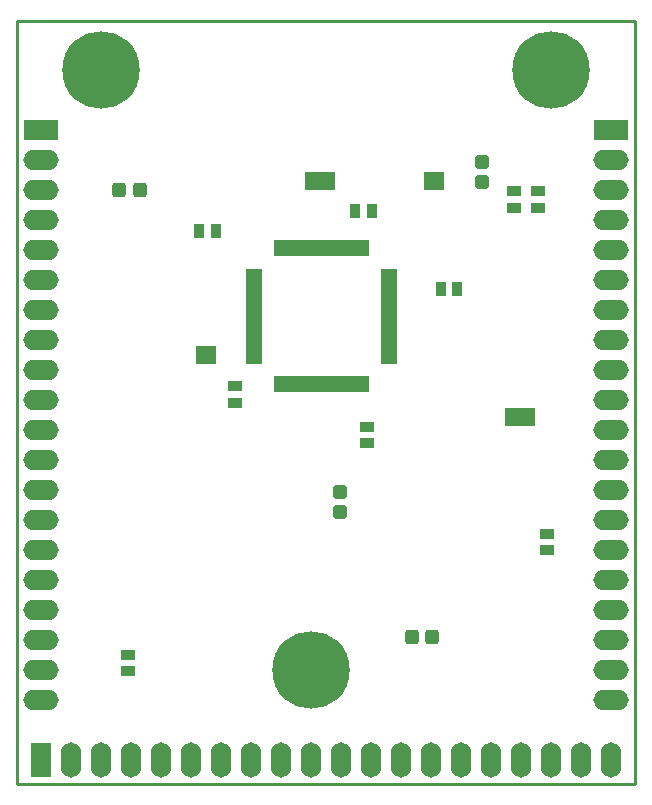
<source format=gts>
G04 Layer_Color=8388736*
%FSLAX25Y25*%
%MOIN*%
G70*
G01*
G75*
%ADD17C,0.01000*%
%ADD32R,0.07087X0.06299*%
%ADD33R,0.10236X0.06299*%
%ADD34R,0.04540X0.03753*%
%ADD35R,0.03300X0.05800*%
%ADD36R,0.03753X0.04540*%
%ADD37R,0.01981X0.05524*%
%ADD38R,0.05524X0.01981*%
G04:AMPARAMS|DCode=39|XSize=47.37mil|YSize=43.43mil|CornerRadius=8.43mil|HoleSize=0mil|Usage=FLASHONLY|Rotation=90.000|XOffset=0mil|YOffset=0mil|HoleType=Round|Shape=RoundedRectangle|*
%AMROUNDEDRECTD39*
21,1,0.04737,0.02657,0,0,90.0*
21,1,0.03051,0.04343,0,0,90.0*
1,1,0.01686,0.01329,0.01526*
1,1,0.01686,0.01329,-0.01526*
1,1,0.01686,-0.01329,-0.01526*
1,1,0.01686,-0.01329,0.01526*
%
%ADD39ROUNDEDRECTD39*%
G04:AMPARAMS|DCode=40|XSize=47.37mil|YSize=43.43mil|CornerRadius=8.43mil|HoleSize=0mil|Usage=FLASHONLY|Rotation=0.000|XOffset=0mil|YOffset=0mil|HoleType=Round|Shape=RoundedRectangle|*
%AMROUNDEDRECTD40*
21,1,0.04737,0.02657,0,0,0.0*
21,1,0.03051,0.04343,0,0,0.0*
1,1,0.01686,0.01526,-0.01329*
1,1,0.01686,-0.01526,-0.01329*
1,1,0.01686,-0.01526,0.01329*
1,1,0.01686,0.01526,0.01329*
%
%ADD40ROUNDEDRECTD40*%
%ADD41C,0.25800*%
%ADD42R,0.11800X0.06800*%
%ADD43O,0.11800X0.06800*%
%ADD44R,0.06800X0.11800*%
%ADD45O,0.06800X0.11800*%
D17*
X266500Y110000D02*
Y364500D01*
X472500D01*
Y110000D02*
Y364500D01*
X266500Y110000D02*
X472500D01*
D32*
X329500Y253000D02*
D03*
X405378Y311000D02*
D03*
D33*
X434304Y232500D02*
D03*
X367453Y311000D02*
D03*
D34*
X303500Y147744D02*
D03*
Y153256D02*
D03*
X432000Y307756D02*
D03*
Y302244D02*
D03*
X440000Y307756D02*
D03*
Y302244D02*
D03*
X383000Y229256D02*
D03*
Y223744D02*
D03*
X339000Y242756D02*
D03*
Y237244D02*
D03*
X443000Y193500D02*
D03*
Y187988D02*
D03*
D35*
X327878Y253000D02*
D03*
X331122D02*
D03*
X437500Y232500D02*
D03*
X434257D02*
D03*
X431012D02*
D03*
X364257Y311000D02*
D03*
X367500D02*
D03*
X370744D02*
D03*
X403757D02*
D03*
X407000D02*
D03*
D36*
X332756Y294500D02*
D03*
X327244D02*
D03*
X379244Y301000D02*
D03*
X384756D02*
D03*
X407744Y275000D02*
D03*
X413256D02*
D03*
D37*
X382764Y243362D02*
D03*
X380795D02*
D03*
X378827D02*
D03*
X376858D02*
D03*
X374890D02*
D03*
X372921D02*
D03*
X370953D02*
D03*
X368984D02*
D03*
X367016D02*
D03*
X365047D02*
D03*
X363079D02*
D03*
X361110D02*
D03*
X359142D02*
D03*
X357173D02*
D03*
X355205D02*
D03*
X353236D02*
D03*
Y288638D02*
D03*
X355205D02*
D03*
X357173D02*
D03*
X359142D02*
D03*
X361110D02*
D03*
X363079D02*
D03*
X365047D02*
D03*
X367016D02*
D03*
X368984D02*
D03*
X370953D02*
D03*
X372921D02*
D03*
X374890D02*
D03*
X376858D02*
D03*
X378827D02*
D03*
X380795D02*
D03*
X382764D02*
D03*
D38*
X345362Y251236D02*
D03*
Y253205D02*
D03*
Y255173D02*
D03*
Y257142D02*
D03*
Y259110D02*
D03*
Y261079D02*
D03*
Y263047D02*
D03*
Y265016D02*
D03*
Y266984D02*
D03*
Y268953D02*
D03*
Y270921D02*
D03*
Y272890D02*
D03*
Y274858D02*
D03*
Y276827D02*
D03*
Y278795D02*
D03*
Y280764D02*
D03*
X390638D02*
D03*
Y278795D02*
D03*
Y276827D02*
D03*
Y274858D02*
D03*
Y272890D02*
D03*
Y270921D02*
D03*
Y268953D02*
D03*
Y266984D02*
D03*
Y265016D02*
D03*
Y263047D02*
D03*
Y261079D02*
D03*
Y259110D02*
D03*
Y257142D02*
D03*
Y255173D02*
D03*
Y253205D02*
D03*
Y251236D02*
D03*
D39*
X398153Y159000D02*
D03*
X404846D02*
D03*
X307347Y308000D02*
D03*
X300654D02*
D03*
D40*
X374000Y207347D02*
D03*
Y200654D02*
D03*
X421500Y317347D02*
D03*
Y310653D02*
D03*
D41*
X364500Y148000D02*
D03*
X294500Y348000D02*
D03*
X444500D02*
D03*
D42*
X274500Y328000D02*
D03*
X464500D02*
D03*
D43*
X274500Y318000D02*
D03*
Y308000D02*
D03*
Y298000D02*
D03*
Y288000D02*
D03*
Y278000D02*
D03*
Y268000D02*
D03*
Y258000D02*
D03*
Y248000D02*
D03*
Y238000D02*
D03*
Y228000D02*
D03*
Y218000D02*
D03*
Y208000D02*
D03*
Y198000D02*
D03*
Y188000D02*
D03*
Y178000D02*
D03*
Y168000D02*
D03*
Y158000D02*
D03*
Y148000D02*
D03*
Y138000D02*
D03*
X464500Y318000D02*
D03*
Y308000D02*
D03*
Y298000D02*
D03*
Y288000D02*
D03*
Y278000D02*
D03*
Y268000D02*
D03*
Y258000D02*
D03*
Y248000D02*
D03*
Y238000D02*
D03*
Y228000D02*
D03*
Y218000D02*
D03*
Y208000D02*
D03*
Y198000D02*
D03*
Y188000D02*
D03*
Y178000D02*
D03*
Y168000D02*
D03*
Y158000D02*
D03*
Y148000D02*
D03*
Y138000D02*
D03*
D44*
X274500Y118000D02*
D03*
D45*
X284500D02*
D03*
X294500D02*
D03*
X304500D02*
D03*
X314500D02*
D03*
X324500D02*
D03*
X334500D02*
D03*
X344500D02*
D03*
X354500D02*
D03*
X364500D02*
D03*
X374500D02*
D03*
X384500D02*
D03*
X394500D02*
D03*
X404500D02*
D03*
X414500D02*
D03*
X424500D02*
D03*
X434500D02*
D03*
X444500D02*
D03*
X454500D02*
D03*
X464500D02*
D03*
M02*

</source>
